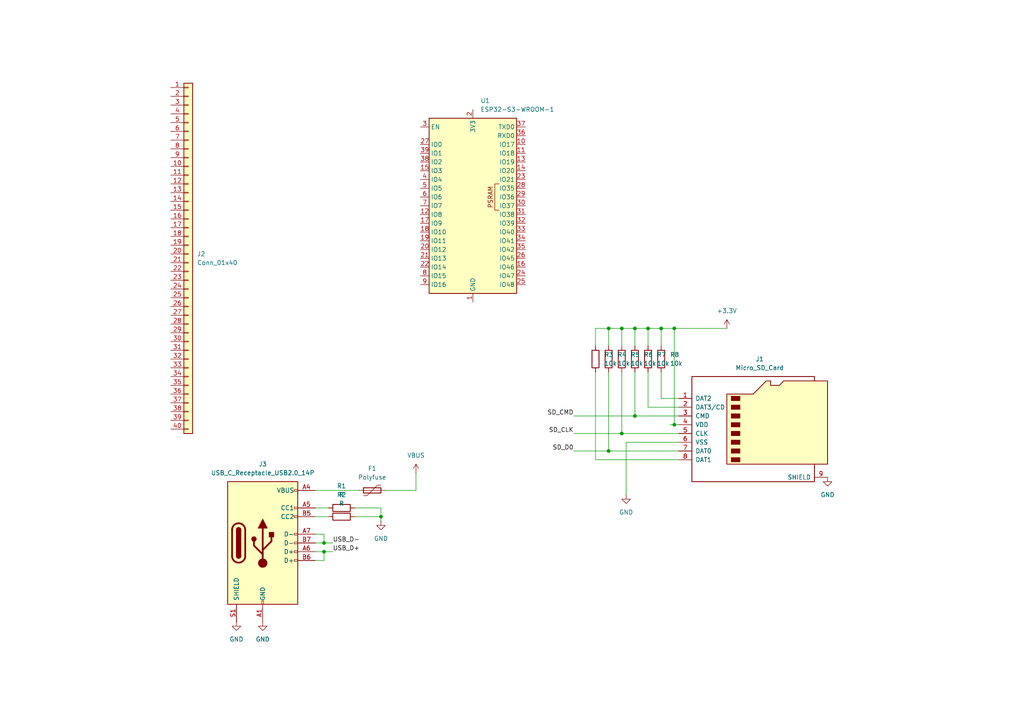
<source format=kicad_sch>
(kicad_sch (version 20231120) (generator "eeschema") (generator_version "8.0")
  (paper "A4")
  (lib_symbols
    (symbol "Connector:Micro_SD_Card" (pin_names (offset 1.016))
      (property "Reference" "J" (at -16.51 15.24 0))
      (property "Value" "Micro_SD_Card" (at 16.51 15.24 0))
      (symbol "Micro_SD_Card_0_1"
        (rectangle (start -7.62 -9.525) (end -5.08 -10.795) (fill (type outline)))
        (rectangle (start -7.62 -6.985) (end -5.08 -8.255) (fill (type outline)))
        (rectangle (start -7.62 -4.445) (end -5.08 -5.715) (fill (type outline)))
        (rectangle (start -7.62 -1.905) (end -5.08 -3.175) (fill (type outline)))
        (rectangle (start -7.62 0.635) (end -5.08 -0.635) (fill (type outline)))
        (rectangle (start -7.62 3.175) (end -5.08 1.905) (fill (type outline)))
        (rectangle (start -7.62 5.715) (end -5.08 4.445) (fill (type outline)))
        (rectangle (start -7.62 8.255) (end -5.08 6.985) (fill (type outline)))
        (polyline (pts (xy 16.51 12.7) (xy 16.51 13.97) (xy -19.05 13.97) (xy -19.05 -16.51) (xy 16.51 -16.51) (xy 16.51 -11.43)) (stroke (width 0.254)))
        (polyline (pts (xy -8.89 -11.43) (xy -8.89 8.89) (xy -1.27 8.89) (xy 2.54 12.7) (xy 3.81 12.7) (xy 3.81 11.43) (xy 6.35 11.43) (xy 7.62 12.7) (xy 20.32 12.7) (xy 20.32 -11.43) (xy -8.89 -11.43)) (stroke (width 0.254)) (fill (type background)))
      )
      (symbol "Micro_SD_Card_1_1"
        (pin bidirectional line (at -22.86 7.62 0) (length 3.81) (name "DAT2") (number "1"))
        (pin bidirectional line (at -22.86 5.08 0) (length 3.81) (name "DAT3/CD") (number "2"))
        (pin input line (at -22.86 2.54 0) (length 3.81) (name "CMD") (number "3"))
        (pin power_in line (at -22.86 0 0) (length 3.81) (name "VDD") (number "4"))
        (pin input line (at -22.86 -2.54 0) (length 3.81) (name "CLK") (number "5"))
        (pin power_in line (at -22.86 -5.08 0) (length 3.81) (name "VSS") (number "6"))
        (pin bidirectional line (at -22.86 -7.62 0) (length 3.81) (name "DAT0") (number "7"))
        (pin bidirectional line (at -22.86 -10.16 0) (length 3.81) (name "DAT1") (number "8"))
        (pin passive line (at 20.32 -15.24 180) (length 3.81) (name "SHIELD") (number "9"))
      )
    )
    (symbol "Connector:USB_C_Receptacle_USB2.0_14P" (pin_names (offset 1.016))
      (property "Reference" "J" (at 0 22.225 0))
      (property "Value" "USB_C_Receptacle_USB2.0_14P" (at 0 19.685 0))
      (symbol "USB_C_Receptacle_USB2.0_14P_0_0"
        (rectangle (start -0.254 -17.78) (end 0.254 -16.764))
        (rectangle (start 10.16 -4.826) (end 9.144 -5.334))
        (rectangle (start 10.16 -2.286) (end 9.144 -2.794))
        (rectangle (start 10.16 0.254) (end 9.144 -0.254))
        (rectangle (start 10.16 2.794) (end 9.144 2.286))
        (rectangle (start 10.16 7.874) (end 9.144 7.366))
        (rectangle (start 10.16 10.414) (end 9.144 9.906))
        (rectangle (start 10.16 15.494) (end 9.144 14.986))
      )
      (symbol "USB_C_Receptacle_USB2.0_14P_0_1"
        (rectangle (start -10.16 17.78) (end 10.16 -17.78) (stroke (width 0.254)) (fill (type background)))
        (arc (start -8.89 -3.81) (mid -6.985 -5.7067) (end -5.08 -3.81) (stroke (width 0.508)))
        (arc (start -7.62 -3.81) (mid -6.985 -4.4423) (end -6.35 -3.81) (stroke (width 0.254)))
        (arc (start -7.62 -3.81) (mid -6.985 -4.4423) (end -6.35 -3.81) (stroke (width 0.254)) (fill (type outline)))
        (rectangle (start -7.62 -3.81) (end -6.35 3.81) (stroke (width 0.254)) (fill (type outline)))
        (arc (start -6.35 3.81) (mid -6.985 4.4423) (end -7.62 3.81) (stroke (width 0.254)))
        (arc (start -6.35 3.81) (mid -6.985 4.4423) (end -7.62 3.81) (stroke (width 0.254)) (fill (type outline)))
        (arc (start -5.08 3.81) (mid -6.985 5.7067) (end -8.89 3.81) (stroke (width 0.508)))
        (circle (center -2.54 1.143) (radius 0.635) (stroke (width 0.254)) (fill (type outline)))
        (circle (center 0 -5.842) (radius 1.27) (fill (type outline)))
        (polyline (pts (xy -8.89 -3.81) (xy -8.89 3.81)) (stroke (width 0.508)))
        (polyline (pts (xy -5.08 3.81) (xy -5.08 -3.81)) (stroke (width 0.508)))
        (polyline (pts (xy 0 -5.842) (xy 0 4.318)) (stroke (width 0.508)))
        (polyline (pts (xy 0 -3.302) (xy -2.54 -0.762) (xy -2.54 0.508)) (stroke (width 0.508)))
        (polyline (pts (xy 0 -2.032) (xy 2.54 0.508) (xy 2.54 1.778)) (stroke (width 0.508)))
        (polyline (pts (xy -1.27 4.318) (xy 0 6.858) (xy 1.27 4.318) (xy -1.27 4.318)) (stroke (width 0.254)) (fill (type outline)))
        (rectangle (start 1.905 1.778) (end 3.175 3.048) (stroke (width 0.254)) (fill (type outline)))
      )
      (symbol "USB_C_Receptacle_USB2.0_14P_1_1"
        (pin passive line (at 0 -22.86 90) (length 5.08) (name "GND") (number "A1"))
        (pin passive line (at 0 -22.86 90) (length 5.08) hide (name "GND") (number "A12"))
        (pin passive line (at 15.24 15.24 180) (length 5.08) (name "VBUS") (number "A4"))
        (pin bidirectional line (at 15.24 10.16 180) (length 5.08) (name "CC1") (number "A5"))
        (pin bidirectional line (at 15.24 -2.54 180) (length 5.08) (name "D+") (number "A6"))
        (pin bidirectional line (at 15.24 2.54 180) (length 5.08) (name "D-") (number "A7"))
        (pin passive line (at 15.24 15.24 180) (length 5.08) hide (name "VBUS") (number "A9"))
        (pin passive line (at 0 -22.86 90) (length 5.08) hide (name "GND") (number "B1"))
        (pin passive line (at 0 -22.86 90) (length 5.08) hide (name "GND") (number "B12"))
        (pin passive line (at 15.24 15.24 180) (length 5.08) hide (name "VBUS") (number "B4"))
        (pin bidirectional line (at 15.24 7.62 180) (length 5.08) (name "CC2") (number "B5"))
        (pin bidirectional line (at 15.24 -5.08 180) (length 5.08) (name "D+") (number "B6"))
        (pin bidirectional line (at 15.24 0 180) (length 5.08) (name "D-") (number "B7"))
        (pin passive line (at 15.24 15.24 180) (length 5.08) hide (name "VBUS") (number "B9"))
        (pin passive line (at -7.62 -22.86 90) (length 5.08) (name "SHIELD") (number "S1"))
      )
    )
    (symbol "Connector_Generic:Conn_01x40" (pin_names (offset 1.016) hide)
      (property "Reference" "J" (at 0 50.8 0))
      (property "Value" "Conn_01x40" (at 0 -53.34 0))
      (symbol "Conn_01x40_1_1"
        (rectangle (start -1.27 -50.673) (end 0 -50.927) (stroke (width 0.1524)))
        (rectangle (start -1.27 -48.133) (end 0 -48.387) (stroke (width 0.1524)))
        (rectangle (start -1.27 -45.593) (end 0 -45.847) (stroke (width 0.1524)))
        (rectangle (start -1.27 -43.053) (end 0 -43.307) (stroke (width 0.1524)))
        (rectangle (start -1.27 -40.513) (end 0 -40.767) (stroke (width 0.1524)))
        (rectangle (start -1.27 -37.973) (end 0 -38.227) (stroke (width 0.1524)))
        (rectangle (start -1.27 -35.433) (end 0 -35.687) (stroke (width 0.1524)))
        (rectangle (start -1.27 -32.893) (end 0 -33.147) (stroke (width 0.1524)))
        (rectangle (start -1.27 -30.353) (end 0 -30.607) (stroke (width 0.1524)))
        (rectangle (start -1.27 -27.813) (end 0 -28.067) (stroke (width 0.1524)))
        (rectangle (start -1.27 -25.273) (end 0 -25.527) (stroke (width 0.1524)))
        (rectangle (start -1.27 -22.733) (end 0 -22.987) (stroke (width 0.1524)))
        (rectangle (start -1.27 -20.193) (end 0 -20.447) (stroke (width 0.1524)))
        (rectangle (start -1.27 -17.653) (end 0 -17.907) (stroke (width 0.1524)))
        (rectangle (start -1.27 -15.113) (end 0 -15.367) (stroke (width 0.1524)))
        (rectangle (start -1.27 -12.573) (end 0 -12.827) (stroke (width 0.1524)))
        (rectangle (start -1.27 -10.033) (end 0 -10.287) (stroke (width 0.1524)))
        (rectangle (start -1.27 -7.493) (end 0 -7.747) (stroke (width 0.1524)))
        (rectangle (start -1.27 -4.953) (end 0 -5.207) (stroke (width 0.1524)))
        (rectangle (start -1.27 -2.413) (end 0 -2.667) (stroke (width 0.1524)))
        (rectangle (start -1.27 0.127) (end 0 -0.127) (stroke (width 0.1524)))
        (rectangle (start -1.27 2.667) (end 0 2.413) (stroke (width 0.1524)))
        (rectangle (start -1.27 5.207) (end 0 4.953) (stroke (width 0.1524)))
        (rectangle (start -1.27 7.747) (end 0 7.493) (stroke (width 0.1524)))
        (rectangle (start -1.27 10.287) (end 0 10.033) (stroke (width 0.1524)))
        (rectangle (start -1.27 12.827) (end 0 12.573) (stroke (width 0.1524)))
        (rectangle (start -1.27 15.367) (end 0 15.113) (stroke (width 0.1524)))
        (rectangle (start -1.27 17.907) (end 0 17.653) (stroke (width 0.1524)))
        (rectangle (start -1.27 20.447) (end 0 20.193) (stroke (width 0.1524)))
        (rectangle (start -1.27 22.987) (end 0 22.733) (stroke (width 0.1524)))
        (rectangle (start -1.27 25.527) (end 0 25.273) (stroke (width 0.1524)))
        (rectangle (start -1.27 28.067) (end 0 27.813) (stroke (width 0.1524)))
        (rectangle (start -1.27 30.607) (end 0 30.353) (stroke (width 0.1524)))
        (rectangle (start -1.27 33.147) (end 0 32.893) (stroke (width 0.1524)))
        (rectangle (start -1.27 35.687) (end 0 35.433) (stroke (width 0.1524)))
        (rectangle (start -1.27 38.227) (end 0 37.973) (stroke (width 0.1524)))
        (rectangle (start -1.27 40.767) (end 0 40.513) (stroke (width 0.1524)))
        (rectangle (start -1.27 43.307) (end 0 43.053) (stroke (width 0.1524)))
        (rectangle (start -1.27 45.847) (end 0 45.593) (stroke (width 0.1524)))
        (rectangle (start -1.27 48.387) (end 0 48.133) (stroke (width 0.1524)))
        (rectangle (start -1.27 49.53) (end 1.27 -52.07) (stroke (width 0.254)) (fill (type background)))
        (pin passive line (at -5.08 48.26 0) (length 3.81) (name "Pin_1") (number "1"))
        (pin passive line (at -5.08 25.4 0) (length 3.81) (name "Pin_10") (number "10"))
        (pin passive line (at -5.08 22.86 0) (length 3.81) (name "Pin_11") (number "11"))
        (pin passive line (at -5.08 20.32 0) (length 3.81) (name "Pin_12") (number "12"))
        (pin passive line (at -5.08 17.78 0) (length 3.81) (name "Pin_13") (number "13"))
        (pin passive line (at -5.08 15.24 0) (length 3.81) (name "Pin_14") (number "14"))
        (pin passive line (at -5.08 12.7 0) (length 3.81) (name "Pin_15") (number "15"))
        (pin passive line (at -5.08 10.16 0) (length 3.81) (name "Pin_16") (number "16"))
        (pin passive line (at -5.08 7.62 0) (length 3.81) (name "Pin_17") (number "17"))
        (pin passive line (at -5.08 5.08 0) (length 3.81) (name "Pin_18") (number "18"))
        (pin passive line (at -5.08 2.54 0) (length 3.81) (name "Pin_19") (number "19"))
        (pin passive line (at -5.08 45.72 0) (length 3.81) (name "Pin_2") (number "2"))
        (pin passive line (at -5.08 0 0) (length 3.81) (name "Pin_20") (number "20"))
        (pin passive line (at -5.08 -2.54 0) (length 3.81) (name "Pin_21") (number "21"))
        (pin passive line (at -5.08 -5.08 0) (length 3.81) (name "Pin_22") (number "22"))
        (pin passive line (at -5.08 -7.62 0) (length 3.81) (name "Pin_23") (number "23"))
        (pin passive line (at -5.08 -10.16 0) (length 3.81) (name "Pin_24") (number "24"))
        (pin passive line (at -5.08 -12.7 0) (length 3.81) (name "Pin_25") (number "25"))
        (pin passive line (at -5.08 -15.24 0) (length 3.81) (name "Pin_26") (number "26"))
        (pin passive line (at -5.08 -17.78 0) (length 3.81) (name "Pin_27") (number "27"))
        (pin passive line (at -5.08 -20.32 0) (length 3.81) (name "Pin_28") (number "28"))
        (pin passive line (at -5.08 -22.86 0) (length 3.81) (name "Pin_29") (number "29"))
        (pin passive line (at -5.08 43.18 0) (length 3.81) (name "Pin_3") (number "3"))
        (pin passive line (at -5.08 -25.4 0) (length 3.81) (name "Pin_30") (number "30"))
        (pin passive line (at -5.08 -27.94 0) (length 3.81) (name "Pin_31") (number "31"))
        (pin passive line (at -5.08 -30.48 0) (length 3.81) (name "Pin_32") (number "32"))
        (pin passive line (at -5.08 -33.02 0) (length 3.81) (name "Pin_33") (number "33"))
        (pin passive line (at -5.08 -35.56 0) (length 3.81) (name "Pin_34") (number "34"))
        (pin passive line (at -5.08 -38.1 0) (length 3.81) (name "Pin_35") (number "35"))
        (pin passive line (at -5.08 -40.64 0) (length 3.81) (name "Pin_36") (number "36"))
        (pin passive line (at -5.08 -43.18 0) (length 3.81) (name "Pin_37") (number "37"))
        (pin passive line (at -5.08 -45.72 0) (length 3.81) (name "Pin_38") (number "38"))
        (pin passive line (at -5.08 -48.26 0) (length 3.81) (name "Pin_39") (number "39"))
        (pin passive line (at -5.08 40.64 0) (length 3.81) (name "Pin_4") (number "4"))
        (pin passive line (at -5.08 -50.8 0) (length 3.81) (name "Pin_40") (number "40"))
        (pin passive line (at -5.08 38.1 0) (length 3.81) (name "Pin_5") (number "5"))
        (pin passive line (at -5.08 35.56 0) (length 3.81) (name "Pin_6") (number "6"))
        (pin passive line (at -5.08 33.02 0) (length 3.81) (name "Pin_7") (number "7"))
        (pin passive line (at -5.08 30.48 0) (length 3.81) (name "Pin_8") (number "8"))
        (pin passive line (at -5.08 27.94 0) (length 3.81) (name "Pin_9") (number "9"))
      )
    )
    (symbol "Device:Polyfuse" (pin_numbers hide) (pin_names (offset 0))
      (property "Reference" "F" (at -2.54 0 90))
      (property "Value" "Polyfuse" (at 2.54 0 90))
      (symbol "Polyfuse_0_1"
        (rectangle (start -0.762 2.54) (end 0.762 -2.54) (stroke (width 0.254)))
        (polyline (pts (xy 0 2.54) (xy 0 -2.54)))
        (polyline (pts (xy -1.524 2.54) (xy -1.524 1.524) (xy 1.524 -1.524) (xy 1.524 -2.54)))
      )
      (symbol "Polyfuse_1_1"
        (pin passive line (at 0 3.81 270) (length 1.27) (name "~") (number "1"))
        (pin passive line (at 0 -3.81 90) (length 1.27) (name "~") (number "2"))
      )
    )
    (symbol "Device:R" (pin_numbers hide) (pin_names (offset 0))
      (property "Reference" "R" (at 2.032 0 90))
      (property "Value" "R" (at 0 0 90))
      (symbol "R_0_1"
        (rectangle (start -1.016 -2.54) (end 1.016 2.54) (stroke (width 0.254)))
      )
      (symbol "R_1_1"
        (pin passive line (at 0 3.81 270) (length 1.27) (name "~") (number "1"))
        (pin passive line (at 0 -3.81 90) (length 1.27) (name "~") (number "2"))
      )
    )
    (symbol "RF_Module:ESP32-S3-WROOM-1"
      (property "Reference" "U" (at -12.7 26.67 0))
      (property "Value" "ESP32-S3-WROOM-1" (at 12.7 26.67 0))
      (symbol "ESP32-S3-WROOM-1_0_0"
        (rectangle (start -12.7 25.4) (end 12.7 -25.4) (stroke (width 0.254)) (fill (type background)))
        (text "PSRAM" (at 5.08 2.54 900) (effects (font (size 1.27 1.27))))
      )
      (symbol "ESP32-S3-WROOM-1_0_1"
        (polyline (pts (xy 7.62 -1.27) (xy 6.35 -1.27) (xy 6.35 6.35) (xy 7.62 6.35)))
      )
      (symbol "ESP32-S3-WROOM-1_1_1"
        (pin power_in line (at 0 -27.94 90) (length 2.54) (name "GND") (number "1"))
        (pin bidirectional line (at 15.24 17.78 180) (length 2.54) (name "IO17") (number "10"))
        (pin bidirectional line (at 15.24 15.24 180) (length 2.54) (name "IO18") (number "11"))
        (pin bidirectional line (at -15.24 -2.54 0) (length 2.54) (name "IO8") (number "12"))
        (pin bidirectional line (at 15.24 12.7 180) (length 2.54) (name "IO19") (number "13"))
        (pin bidirectional line (at 15.24 10.16 180) (length 2.54) (name "IO20") (number "14"))
        (pin bidirectional line (at -15.24 10.16 0) (length 2.54) (name "IO3") (number "15"))
        (pin bidirectional line (at 15.24 -17.78 180) (length 2.54) (name "IO46") (number "16"))
        (pin bidirectional line (at -15.24 -5.08 0) (length 2.54) (name "IO9") (number "17"))
        (pin bidirectional line (at -15.24 -7.62 0) (length 2.54) (name "IO10") (number "18"))
        (pin bidirectional line (at -15.24 -10.16 0) (length 2.54) (name "IO11") (number "19"))
        (pin power_in line (at 0 27.94 270) (length 2.54) (name "3V3") (number "2"))
        (pin bidirectional line (at -15.24 -12.7 0) (length 2.54) (name "IO12") (number "20"))
        (pin bidirectional line (at -15.24 -15.24 0) (length 2.54) (name "IO13") (number "21"))
        (pin bidirectional line (at -15.24 -17.78 0) (length 2.54) (name "IO14") (number "22"))
        (pin bidirectional line (at 15.24 7.62 180) (length 2.54) (name "IO21") (number "23"))
        (pin bidirectional line (at 15.24 -20.32 180) (length 2.54) (name "IO47") (number "24"))
        (pin bidirectional line (at 15.24 -22.86 180) (length 2.54) (name "IO48") (number "25"))
        (pin bidirectional line (at 15.24 -15.24 180) (length 2.54) (name "IO45") (number "26"))
        (pin bidirectional line (at -15.24 17.78 0) (length 2.54) (name "IO0") (number "27"))
        (pin bidirectional line (at 15.24 5.08 180) (length 2.54) (name "IO35") (number "28"))
        (pin bidirectional line (at 15.24 2.54 180) (length 2.54) (name "IO36") (number "29"))
        (pin input line (at -15.24 22.86 0) (length 2.54) (name "EN") (number "3"))
        (pin bidirectional line (at 15.24 0 180) (length 2.54) (name "IO37") (number "30"))
        (pin bidirectional line (at 15.24 -2.54 180) (length 2.54) (name "IO38") (number "31"))
        (pin bidirectional line (at 15.24 -5.08 180) (length 2.54) (name "IO39") (number "32"))
        (pin bidirectional line (at 15.24 -7.62 180) (length 2.54) (name "IO40") (number "33"))
        (pin bidirectional line (at 15.24 -10.16 180) (length 2.54) (name "IO41") (number "34"))
        (pin bidirectional line (at 15.24 -12.7 180) (length 2.54) (name "IO42") (number "35"))
        (pin bidirectional line (at 15.24 20.32 180) (length 2.54) (name "RXD0") (number "36"))
        (pin bidirectional line (at 15.24 22.86 180) (length 2.54) (name "TXD0") (number "37"))
        (pin bidirectional line (at -15.24 12.7 0) (length 2.54) (name "IO2") (number "38"))
        (pin bidirectional line (at -15.24 15.24 0) (length 2.54) (name "IO1") (number "39"))
        (pin bidirectional line (at -15.24 7.62 0) (length 2.54) (name "IO4") (number "4"))
        (pin passive line (at 0 -27.94 90) (length 2.54) hide (name "GND") (number "40"))
        (pin passive line (at 0 -27.94 90) (length 2.54) hide (name "GND") (number "41"))
        (pin bidirectional line (at -15.24 5.08 0) (length 2.54) (name "IO5") (number "5"))
        (pin bidirectional line (at -15.24 2.54 0) (length 2.54) (name "IO6") (number "6"))
        (pin bidirectional line (at -15.24 0 0) (length 2.54) (name "IO7") (number "7"))
        (pin bidirectional line (at -15.24 -20.32 0) (length 2.54) (name "IO15") (number "8"))
        (pin bidirectional line (at -15.24 -22.86 0) (length 2.54) (name "IO16") (number "9"))
      )
    )
    (symbol "power:+3.3V" (power) (pin_numbers hide) (pin_names (offset 0) hide)
      (property "Value" "+3.3V" (at 0 3.556 0))
      (symbol "+3.3V_0_1"
        (polyline (pts (xy -0.762 1.27) (xy 0 2.54)))
        (polyline (pts (xy 0 0) (xy 0 2.54)))
        (polyline (pts (xy 0 2.54) (xy 0.762 1.27)))
      )
      (symbol "+3.3V_1_1"
        (pin power_in line (at 0 0 90) (length 0) (name "~") (number "1"))
      )
    )
    (symbol "power:GND" (power) (pin_numbers hide) (pin_names (offset 0) hide)
      (property "Value" "GND" (at 0 -3.81 0))
      (symbol "GND_0_1"
        (polyline (pts (xy 0 0) (xy 0 -1.27) (xy 1.27 -1.27) (xy 0 -2.54) (xy -1.27 -1.27) (xy 0 -1.27)))
      )
      (symbol "GND_1_1"
        (pin power_in line (at 0 0 270) (length 0) (name "~") (number "1"))
      )
    )
    (symbol "power:VBUS" (power) (pin_numbers hide) (pin_names (offset 0) hide)
      (property "Value" "VBUS" (at 0 3.556 0))
      (symbol "VBUS_0_1"
        (polyline (pts (xy -0.762 1.27) (xy 0 2.54)))
        (polyline (pts (xy 0 0) (xy 0 2.54)))
        (polyline (pts (xy 0 2.54) (xy 0.762 1.27)))
      )
      (symbol "VBUS_1_1"
        (pin power_in line (at 0 0 90) (length 0) (name "~") (number "1"))
      )
    )
  )
  (junction (at 187.96 95.25))
  (junction (at 191.77 95.25))
  (junction (at 93.98 160.02))
  (junction (at 180.34 125.73))
  (junction (at 195.58 95.25))
  (junction (at 110.49 149.86))
  (junction (at 93.98 157.48))
  (junction (at 176.53 95.25))
  (junction (at 180.34 95.25))
  (junction (at 184.15 95.25))
  (junction (at 195.58 123.19))
  (junction (at 176.53 130.81))
  (junction (at 184.15 120.65))
  (wire (pts (xy 176.53 95.25) (xy 180.34 95.25)))
  (wire (pts (xy 102.87 149.86) (xy 110.49 149.86)))
  (wire (pts (xy 93.98 162.56) (xy 93.98 160.02)))
  (wire (pts (xy 166.37 120.65) (xy 184.15 120.65)))
  (wire (pts (xy 120.65 142.24) (xy 111.76 142.24)))
  (wire (pts (xy 196.85 128.27) (xy 181.61 128.27)))
  (wire (pts (xy 180.34 107.95) (xy 180.34 125.73)))
  (wire (pts (xy 180.34 100.33) (xy 180.34 95.25)))
  (wire (pts (xy 195.58 95.25) (xy 210.82 95.25)))
  (wire (pts (xy 176.53 95.25) (xy 176.53 100.33)))
  (wire (pts (xy 91.44 154.94) (xy 93.98 154.94)))
  (wire (pts (xy 187.96 95.25) (xy 187.96 100.33)))
  (wire (pts (xy 91.44 147.32) (xy 95.25 147.32)))
  (wire (pts (xy 91.44 162.56) (xy 93.98 162.56)))
  (wire (pts (xy 184.15 95.25) (xy 184.15 100.33)))
  (wire (pts (xy 196.85 115.57) (xy 191.77 115.57)))
  (wire (pts (xy 166.37 130.81) (xy 176.53 130.81)))
  (wire (pts (xy 187.96 118.11) (xy 187.96 107.95)))
  (wire (pts (xy 181.61 128.27) (xy 181.61 143.51)))
  (wire (pts (xy 120.65 137.16) (xy 120.65 142.24)))
  (wire (pts (xy 195.58 123.19) (xy 194.31 123.19)))
  (wire (pts (xy 176.53 130.81) (xy 196.85 130.81)))
  (wire (pts (xy 191.77 115.57) (xy 191.77 107.95)))
  (wire (pts (xy 91.44 149.86) (xy 95.25 149.86)))
  (wire (pts (xy 102.87 147.32) (xy 110.49 147.32)))
  (wire (pts (xy 184.15 107.95) (xy 184.15 120.65)))
  (wire (pts (xy 91.44 157.48) (xy 93.98 157.48)))
  (wire (pts (xy 93.98 160.02) (xy 96.52 160.02)))
  (wire (pts (xy 166.37 125.73) (xy 180.34 125.73)))
  (wire (pts (xy 91.44 142.24) (xy 104.14 142.24)))
  (wire (pts (xy 180.34 95.25) (xy 184.15 95.25)))
  (wire (pts (xy 110.49 149.86) (xy 110.49 151.13)))
  (wire (pts (xy 184.15 95.25) (xy 187.96 95.25)))
  (wire (pts (xy 180.34 125.73) (xy 196.85 125.73)))
  (wire (pts (xy 196.85 123.19) (xy 195.58 123.19)))
  (wire (pts (xy 172.72 100.33) (xy 172.72 95.25)))
  (wire (pts (xy 172.72 95.25) (xy 176.53 95.25)))
  (wire (pts (xy 93.98 157.48) (xy 96.52 157.48)))
  (wire (pts (xy 196.85 118.11) (xy 187.96 118.11)))
  (wire (pts (xy 191.77 95.25) (xy 191.77 100.33)))
  (wire (pts (xy 110.49 147.32) (xy 110.49 149.86)))
  (wire (pts (xy 91.44 160.02) (xy 93.98 160.02)))
  (wire (pts (xy 191.77 95.25) (xy 195.58 95.25)))
  (wire (pts (xy 195.58 123.19) (xy 195.58 95.25)))
  (wire (pts (xy 196.85 133.35) (xy 172.72 133.35)))
  (wire (pts (xy 187.96 95.25) (xy 191.77 95.25)))
  (wire (pts (xy 184.15 120.65) (xy 196.85 120.65)))
  (wire (pts (xy 93.98 154.94) (xy 93.98 157.48)))
  (wire (pts (xy 172.72 133.35) (xy 172.72 107.95)))
  (wire (pts (xy 176.53 107.95) (xy 176.53 130.81)))
  (label "USB_D-" (at 96.52 157.48 0))
  (label "SD_CMD" (at 166.37 120.65 180))
  (label "SD_D0" (at 166.37 130.81 180))
  (label "SD_CLK" (at 166.37 125.73 180))
  (label "USB_D+" (at 96.52 160.02 0))
  (symbol (lib_id "Device:R") (at 172.72 104.14 0) (unit 1)
    (property "Reference" "R3" (at 175.26 102.8699 0) (effects (justify left)))
    (property "Value" "10k" (at 175.26 105.4099 0) (effects (justify left)))
    (property "Footprint" "Resistor_SMD:R_0201_0603Metric" (effects (hide yes)))
    (property "Description" "Resistor" (effects (hide yes)))
    (property "LCSC" "TODO" (effects (hide yes)))
  )
  (symbol (lib_id "power:GND") (at 240.03 138.43 0) (unit 1)
    (property "Reference" "#PWR07" (effects (hide yes)))
    (property "Value" "GND" (at 240.03 143.51 0))
    (property "Description" "Power symbol creates a global label with name \"GND\" , ground" (effects (hide yes)))
  )
  (symbol (lib_id "power:GND") (at 68.58 180.34 0) (unit 1)
    (property "Reference" "#PWR03" (effects (hide yes)))
    (property "Value" "GND" (at 68.58 185.42 0))
    (property "Description" "Power symbol creates a global label with name \"GND\" , ground" (effects (hide yes)))
  )
  (symbol (lib_id "Device:R") (at 99.06 147.32 90) (unit 1)
    (property "Reference" "R1" (at 99.06 140.97 90))
    (property "Value" "R" (at 99.06 143.51 90))
    (property "Footprint" "Resistor_SMD:R_0201_0603Metric" (effects (hide yes)))
    (property "Description" "Resistor" (effects (hide yes)))
  )
  (symbol (lib_id "power:GND") (at 110.49 151.13 0) (unit 1)
    (property "Reference" "#PWR01" (effects (hide yes)))
    (property "Value" "GND" (at 110.49 156.21 0))
    (property "Description" "Power symbol creates a global label with name \"GND\" , ground" (effects (hide yes)))
  )
  (symbol (lib_id "Device:R") (at 176.53 104.14 0) (unit 1)
    (property "Reference" "R4" (at 179.07 102.8699 0) (effects (justify left)))
    (property "Value" "10k" (at 179.07 105.4099 0) (effects (justify left)))
    (property "Footprint" "Resistor_SMD:R_0201_0603Metric" (effects (hide yes)))
    (property "Description" "Resistor" (effects (hide yes)))
  )
  (symbol (lib_id "power:VBUS") (at 120.65 137.16 0) (unit 1)
    (property "Reference" "#PWR04" (effects (hide yes)))
    (property "Value" "VBUS" (at 120.65 132.08 0))
    (property "Description" "Power symbol creates a global label with name \"VBUS\"" (effects (hide yes)))
  )
  (symbol (lib_id "power:GND") (at 181.61 143.51 0) (unit 1)
    (property "Reference" "#PWR06" (effects (hide yes)))
    (property "Value" "GND" (at 181.61 148.59 0))
    (property "Description" "Power symbol creates a global label with name \"GND\" , ground" (effects (hide yes)))
  )
  (symbol (lib_id "RF_Module:ESP32-S3-WROOM-1") (at 137.16 59.69 0) (unit 1)
    (property "Reference" "U1" (at 139.3541 29.21 0) (effects (justify left)))
    (property "Value" "ESP32-S3-WROOM-1" (at 139.3541 31.75 0) (effects (justify left)))
    (property "Footprint" "RF_Module:ESP32-S3-WROOM-1" (effects (hide yes)))
    (property "Datasheet" "https://www.espressif.com/sites/default/files/documentation/esp32-s3-wroom-1_wroom-1u_datasheet_en.pdf" (effects (hide yes)))
    (property "Description" "RF Module, ESP32-S3 SoC, Wi-Fi 802.11b/g/n, Bluetooth, BLE, 32-bit, 3.3V, onboard antenna, SMD" (effects (hide yes)))
  )
  (symbol (lib_id "Device:R") (at 191.77 104.14 0) (unit 1)
    (property "Reference" "R8" (at 194.31 102.8699 0) (effects (justify left)))
    (property "Value" "10k" (at 194.31 105.4099 0) (effects (justify left)))
    (property "Footprint" "Resistor_SMD:R_0201_0603Metric" (effects (hide yes)))
    (property "Description" "Resistor" (effects (hide yes)))
  )
  (symbol (lib_id "Device:R") (at 187.96 104.14 0) (unit 1)
    (property "Reference" "R7" (at 190.5 102.8699 0) (effects (justify left)))
    (property "Value" "10k" (at 190.5 105.4099 0) (effects (justify left)))
    (property "Footprint" "Resistor_SMD:R_0201_0603Metric" (effects (hide yes)))
    (property "Description" "Resistor" (effects (hide yes)))
  )
  (symbol (lib_id "Connector:USB_C_Receptacle_USB2.0_14P") (at 76.2 157.48 0) (unit 1)
    (property "Reference" "J3" (at 76.2 134.62 0))
    (property "Value" "USB_C_Receptacle_USB2.0_14P" (at 76.2 137.16 0))
    (property "Footprint" "Connector_USB:USB_C_Receptacle_GCT_USB4105-xx-A_16P_TopMnt_Horizontal" (effects (hide yes)))
    (property "Datasheet" "https://www.usb.org/sites/default/files/documents/usb_type-c.zip" (effects (hide yes)))
    (property "Description" "USB 2.0-only 14P Type-C Receptacle connector" (effects (hide yes)))
  )
  (symbol (lib_id "Connector_Generic:Conn_01x40") (at 54.61 73.66 0) (unit 1)
    (property "Reference" "J2" (at 57.15 73.6599 0) (effects (justify left)))
    (property "Value" "Conn_01x40" (at 57.15 76.1999 0) (effects (justify left)))
    (property "Footprint" "Connector_FFC-FPC:Hirose_FH12-40S-0.5SH_1x40-1MP_P0.50mm_Horizontal" (effects (hide yes)))
    (property "Description" "Generic connector, single row, 01x40, script generated (kicad-library-utils/schlib/autogen/connector/)" (effects (hide yes)))
  )
  (symbol (lib_id "Device:Polyfuse") (at 107.95 142.24 90) (unit 1)
    (property "Reference" "F1" (at 107.95 135.89 90))
    (property "Value" "Polyfuse" (at 107.95 138.43 90))
    (property "Description" "Resettable fuse, polymeric positive temperature coefficient" (effects (hide yes)))
  )
  (symbol (lib_id "Device:R") (at 180.34 104.14 0) (unit 1)
    (property "Reference" "R5" (at 182.88 102.8699 0) (effects (justify left)))
    (property "Value" "10k" (at 182.88 105.4099 0) (effects (justify left)))
    (property "Footprint" "Resistor_SMD:R_0201_0603Metric" (effects (hide yes)))
    (property "Description" "Resistor" (effects (hide yes)))
  )
  (symbol (lib_id "Connector:Micro_SD_Card") (at 219.71 123.19 0) (unit 1)
    (property "Reference" "J1" (at 220.345 104.14 0))
    (property "Value" "Micro_SD_Card" (at 220.345 106.68 0))
    (property "Footprint" "Connector_Card:microSD_HC_Hirose_DM3D-SF" (effects (hide yes)))
    (property "Datasheet" "http://katalog.we-online.de/em/datasheet/693072010801.pdf" (effects (hide yes)))
    (property "Description" "Micro SD Card Socket" (effects (hide yes)))
  )
  (symbol (lib_id "Device:R") (at 99.06 149.86 90) (unit 1)
    (property "Reference" "R2" (at 99.06 143.51 90))
    (property "Value" "R" (at 99.06 146.05 90))
    (property "Footprint" "Resistor_SMD:R_0201_0603Metric" (effects (hide yes)))
    (property "Description" "Resistor" (effects (hide yes)))
  )
  (symbol (lib_id "Device:R") (at 184.15 104.14 0) (unit 1)
    (property "Reference" "R6" (at 186.69 102.8699 0) (effects (justify left)))
    (property "Value" "10k" (at 186.69 105.4099 0) (effects (justify left)))
    (property "Footprint" "Resistor_SMD:R_0201_0603Metric" (effects (hide yes)))
    (property "Description" "Resistor" (effects (hide yes)))
  )
  (symbol (lib_id "power:+3.3V") (at 210.82 95.25 0) (unit 1)
    (property "Reference" "#PWR05" (effects (hide yes)))
    (property "Value" "+3.3V" (at 210.82 90.17 0))
    (property "Description" "Power symbol creates a global label with name \"+3.3V\"" (effects (hide yes)))
  )
  (symbol (lib_id "power:GND") (at 76.2 180.34 0) (unit 1)
    (property "Reference" "#PWR02" (effects (hide yes)))
    (property "Value" "GND" (at 76.2 185.42 0))
    (property "Description" "Power symbol creates a global label with name \"GND\" , ground" (effects (hide yes)))
  )
)
</source>
